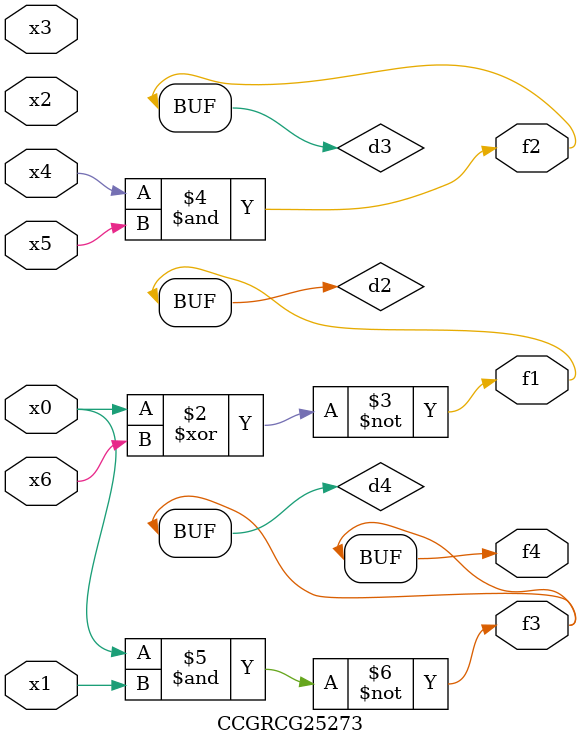
<source format=v>
module CCGRCG25273(
	input x0, x1, x2, x3, x4, x5, x6,
	output f1, f2, f3, f4
);

	wire d1, d2, d3, d4;

	nor (d1, x0);
	xnor (d2, x0, x6);
	and (d3, x4, x5);
	nand (d4, x0, x1);
	assign f1 = d2;
	assign f2 = d3;
	assign f3 = d4;
	assign f4 = d4;
endmodule

</source>
